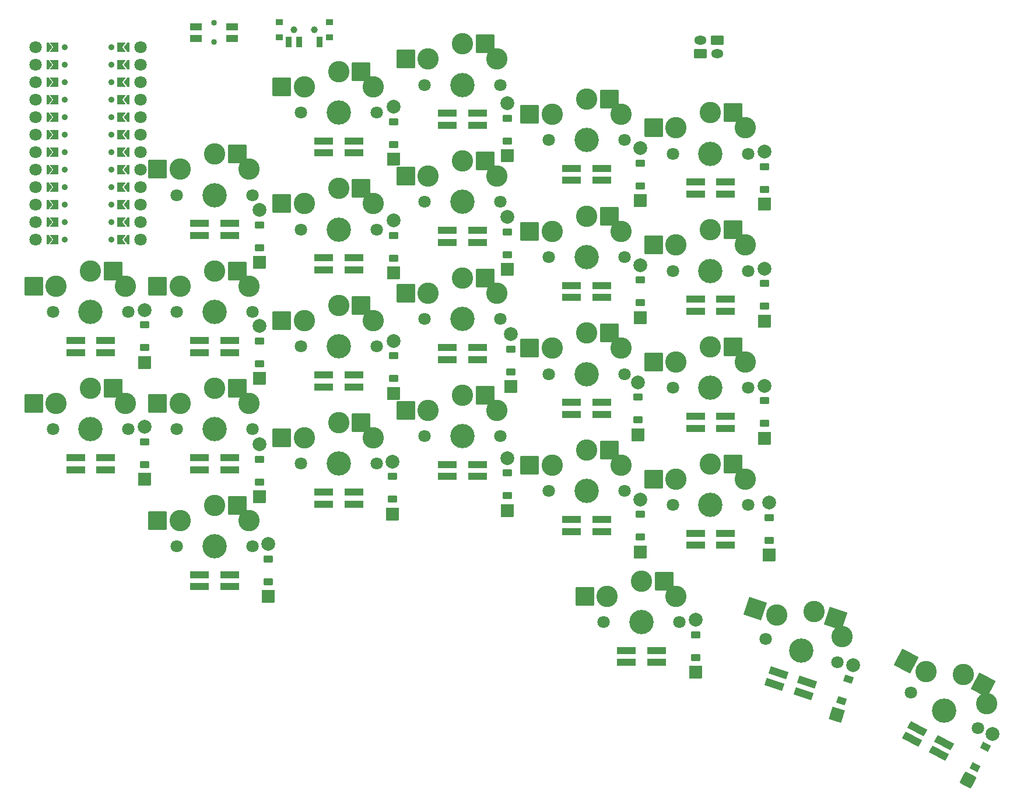
<source format=gbr>
%TF.GenerationSoftware,KiCad,Pcbnew,9.0.6*%
%TF.CreationDate,2025-11-21T16:08:54+01:00*%
%TF.ProjectId,main_pcb,6d61696e-5f70-4636-922e-6b696361645f,v1.0.0*%
%TF.SameCoordinates,Original*%
%TF.FileFunction,Soldermask,Top*%
%TF.FilePolarity,Negative*%
%FSLAX46Y46*%
G04 Gerber Fmt 4.6, Leading zero omitted, Abs format (unit mm)*
G04 Created by KiCad (PCBNEW 9.0.6) date 2025-11-21 16:08:54*
%MOMM*%
%LPD*%
G01*
G04 APERTURE LIST*
G04 Aperture macros list*
%AMRoundRect*
0 Rectangle with rounded corners*
0 $1 Rounding radius*
0 $2 $3 $4 $5 $6 $7 $8 $9 X,Y pos of 4 corners*
0 Add a 4 corners polygon primitive as box body*
4,1,4,$2,$3,$4,$5,$6,$7,$8,$9,$2,$3,0*
0 Add four circle primitives for the rounded corners*
1,1,$1+$1,$2,$3*
1,1,$1+$1,$4,$5*
1,1,$1+$1,$6,$7*
1,1,$1+$1,$8,$9*
0 Add four rect primitives between the rounded corners*
20,1,$1+$1,$2,$3,$4,$5,0*
20,1,$1+$1,$4,$5,$6,$7,0*
20,1,$1+$1,$6,$7,$8,$9,0*
20,1,$1+$1,$8,$9,$2,$3,0*%
%AMFreePoly0*
4,1,16,-0.214645,0.660355,-0.210957,0.656235,0.289043,0.031235,0.299694,-0.005522,0.289043,-0.031235,-0.210957,-0.656235,-0.244478,-0.674694,-0.250000,-0.675000,-0.500000,-0.675000,-0.535355,-0.660355,-0.550000,-0.625000,-0.550000,0.625000,-0.535355,0.660355,-0.500000,0.675000,-0.250000,0.675000,-0.214645,0.660355,-0.214645,0.660355,$1*%
%AMFreePoly1*
4,1,16,0.535355,0.660355,0.550000,0.625000,0.550000,-0.625000,0.535355,-0.660355,0.500000,-0.675000,-0.650000,-0.675000,-0.685355,-0.660355,-0.700000,-0.625000,-0.689043,-0.593765,-0.214031,0.000000,-0.689043,0.593765,-0.699694,0.630522,-0.681235,0.664043,-0.650000,0.675000,0.500000,0.675000,0.535355,0.660355,0.535355,0.660355,$1*%
G04 Aperture macros list end*
%ADD10FreePoly0,180.000000*%
%ADD11C,1.800000*%
%ADD12FreePoly0,0.000000*%
%ADD13C,0.900000*%
%ADD14FreePoly1,180.000000*%
%ADD15FreePoly1,0.000000*%
%ADD16C,1.801800*%
%ADD17C,3.100000*%
%ADD18C,3.529000*%
%ADD19RoundRect,0.050000X-1.300000X-1.300000X1.300000X-1.300000X1.300000X1.300000X-1.300000X1.300000X0*%
%ADD20RoundRect,0.050000X-1.390882X-0.073806X1.081865X-0.877250X1.390882X0.073806X-1.081865X0.877250X0*%
%ADD21C,0.850000*%
%ADD22RoundRect,0.050000X-0.775000X-0.500000X0.775000X-0.500000X0.775000X0.500000X-0.775000X0.500000X0*%
%ADD23RoundRect,0.050000X0.889000X-0.889000X0.889000X0.889000X-0.889000X0.889000X-0.889000X-0.889000X0*%
%ADD24RoundRect,0.050000X0.600000X-0.450000X0.600000X0.450000X-0.600000X0.450000X-0.600000X-0.450000X0*%
%ADD25C,2.005000*%
%ADD26RoundRect,0.050000X-0.850000X0.600000X-0.850000X-0.600000X0.850000X-0.600000X0.850000X0.600000X0*%
%ADD27O,1.800000X1.300000*%
%ADD28RoundRect,0.050000X0.500000X0.400000X-0.500000X0.400000X-0.500000X-0.400000X0.500000X-0.400000X0*%
%ADD29C,1.000000*%
%ADD30RoundRect,0.050000X0.350000X0.750000X-0.350000X0.750000X-0.350000X-0.750000X0.350000X-0.750000X0*%
%ADD31RoundRect,0.050000X-1.300000X-0.500000X1.300000X-0.500000X1.300000X0.500000X-1.300000X0.500000X0*%
%ADD32RoundRect,0.050000X0.367580X-1.202301X1.202301X0.367580X-0.367580X1.202301X-1.202301X-0.367580X0*%
%ADD33RoundRect,0.050000X0.318506X-0.679009X0.741031X0.115643X-0.318506X0.679009X-0.741031X-0.115643X0*%
%ADD34RoundRect,0.050000X0.850000X-0.600000X0.850000X0.600000X-0.850000X0.600000X-0.850000X-0.600000X0*%
%ADD35RoundRect,0.050000X0.570773X-1.120205X1.120205X0.570773X-0.570773X1.120205X-1.120205X-0.570773X0*%
%ADD36RoundRect,0.050000X0.431576X-0.613386X0.709692X0.242565X-0.431576X0.613386X-0.709692X-0.242565X0*%
%ADD37RoundRect,0.050000X-1.638096X-0.834651X0.834651X-1.638096X1.638096X0.834651X-0.834651X1.638096X0*%
%ADD38RoundRect,0.050000X-1.758145X-0.537519X0.537519X-1.758145X1.758145X0.537519X-0.537519X1.758145X0*%
%ADD39RoundRect,0.050000X-1.382568X0.168839X0.913096X-1.051787X1.382568X-0.168839X-0.913096X1.051787X0*%
G04 APERTURE END LIST*
D10*
%TO.C,MCU1*%
X87100000Y-77500000D03*
D11*
X89220000Y-77500000D03*
D10*
X87100000Y-80040000D03*
D11*
X89220000Y-80040000D03*
D10*
X87100000Y-82580000D03*
D11*
X89220000Y-82580000D03*
D10*
X87100000Y-85120000D03*
D11*
X89220000Y-85120000D03*
D10*
X87100000Y-87660000D03*
D11*
X89220000Y-87660000D03*
D10*
X87100000Y-90200000D03*
D11*
X89220000Y-90200000D03*
D10*
X87100000Y-92740000D03*
D11*
X89220000Y-92740000D03*
D10*
X87100000Y-95280000D03*
D11*
X89220000Y-95280000D03*
D10*
X87100000Y-97820000D03*
D11*
X89220000Y-97820000D03*
D10*
X87100000Y-100360000D03*
D11*
X89220000Y-100360000D03*
D10*
X87100000Y-102900000D03*
D11*
X89220000Y-102900000D03*
D10*
X87100000Y-105440000D03*
D11*
X89220000Y-105440000D03*
X73980000Y-105440000D03*
D12*
X76100000Y-105440000D03*
D11*
X73980000Y-102900000D03*
D12*
X76100000Y-102900000D03*
D11*
X73980000Y-100360000D03*
D12*
X76100000Y-100360000D03*
D11*
X73980000Y-97820000D03*
D12*
X76100000Y-97820000D03*
D11*
X73980000Y-95280000D03*
D12*
X76100000Y-95280000D03*
D11*
X73980000Y-92740000D03*
D12*
X76100000Y-92740000D03*
D11*
X73980000Y-90200000D03*
D12*
X76100000Y-90200000D03*
D11*
X73980000Y-87660000D03*
D12*
X76100000Y-87660000D03*
D11*
X73980000Y-85120000D03*
D12*
X76100000Y-85120000D03*
D11*
X73980000Y-82580000D03*
D12*
X76100000Y-82580000D03*
D11*
X73980000Y-80040000D03*
D12*
X76100000Y-80040000D03*
D11*
X73980000Y-77500000D03*
D12*
X76100000Y-77500000D03*
D13*
X85000000Y-77500000D03*
D14*
X86375000Y-77500000D03*
D13*
X85000000Y-80040000D03*
D14*
X86375000Y-80040000D03*
D13*
X85000000Y-82580000D03*
D14*
X86375000Y-82580000D03*
D13*
X85000000Y-85120000D03*
D14*
X86375000Y-85120000D03*
D13*
X85000000Y-87660000D03*
D14*
X86375000Y-87660000D03*
D13*
X85000000Y-90200000D03*
D14*
X86375000Y-90200000D03*
D13*
X85000000Y-92740000D03*
D14*
X86375000Y-92740000D03*
D13*
X85000000Y-95280000D03*
D14*
X86375000Y-95280000D03*
D13*
X85000000Y-97820000D03*
D14*
X86375000Y-97820000D03*
D13*
X85000000Y-100360000D03*
D14*
X86375000Y-100360000D03*
D13*
X85000000Y-102900000D03*
D14*
X86375000Y-102900000D03*
D13*
X85000000Y-105440000D03*
D14*
X86375000Y-105440000D03*
D15*
X76825000Y-105440000D03*
D13*
X78200000Y-105440000D03*
D15*
X76825000Y-102900000D03*
D13*
X78200000Y-102900000D03*
D15*
X76825000Y-100360000D03*
D13*
X78200000Y-100360000D03*
D15*
X76825000Y-97820000D03*
D13*
X78200000Y-97820000D03*
D15*
X76825000Y-95280000D03*
D13*
X78200000Y-95280000D03*
D15*
X76825000Y-92740000D03*
D13*
X78200000Y-92740000D03*
D15*
X76825000Y-90200000D03*
D13*
X78200000Y-90200000D03*
D15*
X76825000Y-87660000D03*
D13*
X78200000Y-87660000D03*
D15*
X76825000Y-85120000D03*
D13*
X78200000Y-85120000D03*
D15*
X76825000Y-82580000D03*
D13*
X78200000Y-82580000D03*
D15*
X76825000Y-80040000D03*
D13*
X78200000Y-80040000D03*
D15*
X76825000Y-77500000D03*
D13*
X78200000Y-77500000D03*
%TD*%
D16*
%TO.C,S11*%
X130500000Y-100000000D03*
D17*
X131000000Y-96250000D03*
X136000000Y-94050000D03*
X136000000Y-94050000D03*
D18*
X136000000Y-100000000D03*
D17*
X141000000Y-96250000D03*
D16*
X141500000Y-100000000D03*
D19*
X139275000Y-94050000D03*
X127725000Y-96250000D03*
%TD*%
D20*
%TO.C,LED24*%
X181826812Y-168391966D03*
X181286032Y-170056315D03*
X185470680Y-171415990D03*
X186011460Y-169751641D03*
%TD*%
D16*
%TO.C,S1*%
X94500000Y-150000000D03*
D17*
X95000000Y-146250000D03*
X100000000Y-144050000D03*
X100000000Y-144050000D03*
D18*
X100000000Y-150000000D03*
D17*
X105000000Y-146250000D03*
D16*
X105500000Y-150000000D03*
D19*
X103275000Y-144050000D03*
X91725000Y-146250000D03*
%TD*%
D21*
%TO.C,B2*%
X99875000Y-74000000D03*
X99875000Y-76750000D03*
D22*
X97250000Y-74525000D03*
X102500000Y-74525000D03*
X97250000Y-76225000D03*
X102500000Y-76225000D03*
%TD*%
D16*
%TO.C,S8*%
X112500000Y-87000000D03*
D17*
X113000000Y-83250000D03*
X118000000Y-81050000D03*
X118000000Y-81050000D03*
D18*
X118000000Y-87000000D03*
D17*
X123000000Y-83250000D03*
D16*
X123500000Y-87000000D03*
D19*
X121275000Y-81050000D03*
X109725000Y-83250000D03*
%TD*%
D23*
%TO.C,D3*%
X106500000Y-125660000D03*
D24*
X106500000Y-123500000D03*
X106500000Y-120200000D03*
D25*
X106500000Y-118040000D03*
%TD*%
D16*
%TO.C,S21*%
X76500000Y-133000000D03*
D17*
X77000000Y-129250000D03*
X82000000Y-127050000D03*
X82000000Y-127050000D03*
D18*
X82000000Y-133000000D03*
D17*
X87000000Y-129250000D03*
D16*
X87500000Y-133000000D03*
D19*
X85275000Y-127050000D03*
X73725000Y-129250000D03*
%TD*%
D16*
%TO.C,S23*%
X156500000Y-161000000D03*
D17*
X157000000Y-157250000D03*
X162000000Y-155050000D03*
X162000000Y-155050000D03*
D18*
X162000000Y-161000000D03*
D17*
X167000000Y-157250000D03*
D16*
X167500000Y-161000000D03*
D19*
X165275000Y-155050000D03*
X153725000Y-157250000D03*
%TD*%
D26*
%TO.C,JST2*%
X173000000Y-76500000D03*
D27*
X173000000Y-78500000D03*
%TD*%
D28*
%TO.C,SW1*%
X109350000Y-76085000D03*
X116650000Y-76085000D03*
D29*
X111500000Y-74975000D03*
X114500000Y-74975000D03*
D28*
X109350000Y-73875000D03*
X116650000Y-73875000D03*
D30*
X115250000Y-76735000D03*
X112250000Y-76735000D03*
X110750000Y-76735000D03*
%TD*%
D23*
%TO.C,D10*%
X143000000Y-126810000D03*
D24*
X143000000Y-124650000D03*
X143000000Y-121350000D03*
D25*
X143000000Y-119190000D03*
%TD*%
D16*
%TO.C,S15*%
X148500000Y-108000000D03*
D17*
X149000000Y-104250000D03*
X154000000Y-102050000D03*
X154000000Y-102050000D03*
D18*
X154000000Y-108000000D03*
D17*
X159000000Y-104250000D03*
D16*
X159500000Y-108000000D03*
D19*
X157275000Y-102050000D03*
X145725000Y-104250000D03*
%TD*%
D31*
%TO.C,LED14*%
X151800000Y-129125000D03*
X151800000Y-130875000D03*
X156200000Y-130875000D03*
X156200000Y-129125000D03*
%TD*%
D23*
%TO.C,D8*%
X126000000Y-93810000D03*
D24*
X126000000Y-91650000D03*
X126000000Y-88350000D03*
D25*
X126000000Y-86190000D03*
%TD*%
D16*
%TO.C,S9*%
X130500000Y-134000000D03*
D17*
X131000000Y-130250000D03*
X136000000Y-128050000D03*
X136000000Y-128050000D03*
D18*
X136000000Y-134000000D03*
D17*
X141000000Y-130250000D03*
D16*
X141500000Y-134000000D03*
D19*
X139275000Y-128050000D03*
X127725000Y-130250000D03*
%TD*%
D31*
%TO.C,LED22*%
X79800000Y-120125000D03*
X79800000Y-121875000D03*
X84200000Y-121875000D03*
X84200000Y-120125000D03*
%TD*%
D32*
%TO.C,D25*%
X209384174Y-183971803D03*
D33*
X210398233Y-182064637D03*
X211947489Y-179150909D03*
D25*
X212961548Y-177243743D03*
%TD*%
D16*
%TO.C,S13*%
X148500000Y-142000000D03*
D17*
X149000000Y-138250000D03*
X154000000Y-136050000D03*
X154000000Y-136050000D03*
D18*
X154000000Y-142000000D03*
D17*
X159000000Y-138250000D03*
D16*
X159500000Y-142000000D03*
D19*
X157275000Y-136050000D03*
X145725000Y-138250000D03*
%TD*%
D23*
%TO.C,D23*%
X169800000Y-168310000D03*
D24*
X169800000Y-166150000D03*
X169800000Y-162850000D03*
D25*
X169800000Y-160690000D03*
%TD*%
D23*
%TO.C,D5*%
X125800000Y-145310000D03*
D24*
X125800000Y-143150000D03*
X125800000Y-139850000D03*
D25*
X125800000Y-137690000D03*
%TD*%
D23*
%TO.C,D1*%
X107800000Y-157310000D03*
D24*
X107800000Y-155150000D03*
X107800000Y-151850000D03*
D25*
X107800000Y-149690000D03*
%TD*%
D23*
%TO.C,D4*%
X106500000Y-108810000D03*
D24*
X106500000Y-106650000D03*
X106500000Y-103350000D03*
D25*
X106500000Y-101190000D03*
%TD*%
D31*
%TO.C,LED21*%
X79800000Y-137125000D03*
X79800000Y-138875000D03*
X84200000Y-138875000D03*
X84200000Y-137125000D03*
%TD*%
D16*
%TO.C,S17*%
X166500000Y-144000000D03*
D17*
X167000000Y-140250000D03*
X172000000Y-138050000D03*
X172000000Y-138050000D03*
D18*
X172000000Y-144000000D03*
D17*
X177000000Y-140250000D03*
D16*
X177500000Y-144000000D03*
D19*
X175275000Y-138050000D03*
X163725000Y-140250000D03*
%TD*%
D31*
%TO.C,LED12*%
X133800000Y-87125000D03*
X133800000Y-88875000D03*
X138200000Y-88875000D03*
X138200000Y-87125000D03*
%TD*%
%TO.C,LED2*%
X97800000Y-137125000D03*
X97800000Y-138875000D03*
X102200000Y-138875000D03*
X102200000Y-137125000D03*
%TD*%
D23*
%TO.C,D6*%
X126000000Y-127810000D03*
D24*
X126000000Y-125650000D03*
X126000000Y-122350000D03*
D25*
X126000000Y-120190000D03*
%TD*%
D31*
%TO.C,LED23*%
X159800000Y-165125000D03*
X159800000Y-166875000D03*
X164200000Y-166875000D03*
X164200000Y-165125000D03*
%TD*%
D23*
%TO.C,D9*%
X142500000Y-144810000D03*
D24*
X142500000Y-142650000D03*
X142500000Y-139350000D03*
D25*
X142500000Y-137190000D03*
%TD*%
D16*
%TO.C,S2*%
X94500000Y-133000000D03*
D17*
X95000000Y-129250000D03*
X100000000Y-127050000D03*
X100000000Y-127050000D03*
D18*
X100000000Y-133000000D03*
D17*
X105000000Y-129250000D03*
D16*
X105500000Y-133000000D03*
D19*
X103275000Y-127050000D03*
X91725000Y-129250000D03*
%TD*%
D34*
%TO.C,JST1*%
X170550000Y-78500000D03*
D27*
X170550000Y-76500000D03*
%TD*%
D23*
%TO.C,D13*%
X161800000Y-150810000D03*
D24*
X161800000Y-148650000D03*
X161800000Y-145350000D03*
D25*
X161800000Y-143190000D03*
%TD*%
D16*
%TO.C,S12*%
X130500000Y-83000000D03*
D17*
X131000000Y-79250000D03*
X136000000Y-77050000D03*
X136000000Y-77050000D03*
D18*
X136000000Y-83000000D03*
D17*
X141000000Y-79250000D03*
D16*
X141500000Y-83000000D03*
D19*
X139275000Y-77050000D03*
X127725000Y-79250000D03*
%TD*%
D16*
%TO.C,S14*%
X148500000Y-125000000D03*
D17*
X149000000Y-121250000D03*
X154000000Y-119050000D03*
X154000000Y-119050000D03*
D18*
X154000000Y-125000000D03*
D17*
X159000000Y-121250000D03*
D16*
X159500000Y-125000000D03*
D19*
X157275000Y-119050000D03*
X145725000Y-121250000D03*
%TD*%
D16*
%TO.C,S4*%
X94500000Y-99000000D03*
D17*
X95000000Y-95250000D03*
X100000000Y-93050000D03*
X100000000Y-93050000D03*
D18*
X100000000Y-99000000D03*
D17*
X105000000Y-95250000D03*
D16*
X105500000Y-99000000D03*
D19*
X103275000Y-93050000D03*
X91725000Y-95250000D03*
%TD*%
D31*
%TO.C,LED20*%
X169800000Y-97125000D03*
X169800000Y-98875000D03*
X174200000Y-98875000D03*
X174200000Y-97125000D03*
%TD*%
D23*
%TO.C,D17*%
X180500000Y-151310000D03*
D24*
X180500000Y-149150000D03*
X180500000Y-145850000D03*
D25*
X180500000Y-143690000D03*
%TD*%
D16*
%TO.C,S18*%
X166500000Y-127000000D03*
D17*
X167000000Y-123250000D03*
X172000000Y-121050000D03*
X172000000Y-121050000D03*
D18*
X172000000Y-127000000D03*
D17*
X177000000Y-123250000D03*
D16*
X177500000Y-127000000D03*
D19*
X175275000Y-121050000D03*
X163725000Y-123250000D03*
%TD*%
D31*
%TO.C,LED7*%
X115800000Y-108125000D03*
X115800000Y-109875000D03*
X120200000Y-109875000D03*
X120200000Y-108125000D03*
%TD*%
D16*
%TO.C,S3*%
X94500000Y-116000000D03*
D17*
X95000000Y-112250000D03*
X100000000Y-110050000D03*
X100000000Y-110050000D03*
D18*
X100000000Y-116000000D03*
D17*
X105000000Y-112250000D03*
D16*
X105500000Y-116000000D03*
D19*
X103275000Y-110050000D03*
X91725000Y-112250000D03*
%TD*%
D23*
%TO.C,D21*%
X89800000Y-140310000D03*
D24*
X89800000Y-138150000D03*
X89800000Y-134850000D03*
D25*
X89800000Y-132690000D03*
%TD*%
D31*
%TO.C,LED11*%
X133800000Y-104125000D03*
X133800000Y-105875000D03*
X138200000Y-105875000D03*
X138200000Y-104125000D03*
%TD*%
%TO.C,LED1*%
X97800000Y-154125000D03*
X97800000Y-155875000D03*
X102200000Y-155875000D03*
X102200000Y-154125000D03*
%TD*%
D23*
%TO.C,D18*%
X179800000Y-134310000D03*
D24*
X179800000Y-132150000D03*
X179800000Y-128850000D03*
D25*
X179800000Y-126690000D03*
%TD*%
D35*
%TO.C,D24*%
X190353157Y-174511251D03*
D36*
X191020634Y-172456969D03*
X192040390Y-169318483D03*
D25*
X192707867Y-167264201D03*
%TD*%
D31*
%TO.C,LED13*%
X151800000Y-146125000D03*
X151800000Y-147875000D03*
X156200000Y-147875000D03*
X156200000Y-146125000D03*
%TD*%
D16*
%TO.C,S16*%
X148500000Y-91000000D03*
D17*
X149000000Y-87250000D03*
X154000000Y-85050000D03*
X154000000Y-85050000D03*
D18*
X154000000Y-91000000D03*
D17*
X159000000Y-87250000D03*
D16*
X159500000Y-91000000D03*
D19*
X157275000Y-85050000D03*
X145725000Y-87250000D03*
%TD*%
D16*
%TO.C,S24*%
X179963020Y-163449102D03*
D17*
X181597362Y-160037148D03*
X187032482Y-159489909D03*
X187032482Y-159489909D03*
D18*
X185193831Y-165148695D03*
D17*
X191107927Y-163127318D03*
D16*
X190424642Y-166848288D03*
D37*
X190147192Y-160501939D03*
X178482652Y-159025117D03*
%TD*%
D23*
%TO.C,D19*%
X179800000Y-117310000D03*
D24*
X179800000Y-115150000D03*
X179800000Y-111850000D03*
D25*
X179800000Y-109690000D03*
%TD*%
D16*
%TO.C,S25*%
X201072808Y-171273484D03*
D17*
X203274800Y-168197167D03*
X208722376Y-168602040D03*
X208722376Y-168602040D03*
D18*
X205929020Y-173855578D03*
D17*
X212104276Y-172891882D03*
D16*
X210785232Y-176437672D03*
D38*
X211614029Y-170139559D03*
X200383147Y-166659647D03*
%TD*%
D31*
%TO.C,LED3*%
X97800000Y-120125000D03*
X97800000Y-121875000D03*
X102200000Y-121875000D03*
X102200000Y-120125000D03*
%TD*%
D23*
%TO.C,D14*%
X161500000Y-133810000D03*
D24*
X161500000Y-131650000D03*
X161500000Y-128350000D03*
D25*
X161500000Y-126190000D03*
%TD*%
D31*
%TO.C,LED10*%
X133800000Y-121125000D03*
X133800000Y-122875000D03*
X138200000Y-122875000D03*
X138200000Y-121125000D03*
%TD*%
D21*
%TO.C,B1*%
X99875000Y-74000000D03*
X99875000Y-76750000D03*
%TD*%
D31*
%TO.C,LED19*%
X169800000Y-114125000D03*
X169800000Y-115875000D03*
X174200000Y-115875000D03*
X174200000Y-114125000D03*
%TD*%
%TO.C,LED8*%
X115800000Y-91125000D03*
X115800000Y-92875000D03*
X120200000Y-92875000D03*
X120200000Y-91125000D03*
%TD*%
D16*
%TO.C,S22*%
X76500000Y-116000000D03*
D17*
X77000000Y-112250000D03*
X82000000Y-110050000D03*
X82000000Y-110050000D03*
D18*
X82000000Y-116000000D03*
D17*
X87000000Y-112250000D03*
D16*
X87500000Y-116000000D03*
D19*
X85275000Y-110050000D03*
X73725000Y-112250000D03*
%TD*%
D23*
%TO.C,D20*%
X179800000Y-100310000D03*
D24*
X179800000Y-98150000D03*
X179800000Y-94850000D03*
D25*
X179800000Y-92690000D03*
%TD*%
D16*
%TO.C,S7*%
X112500000Y-104000000D03*
D17*
X113000000Y-100250000D03*
X118000000Y-98050000D03*
X118000000Y-98050000D03*
D18*
X118000000Y-104000000D03*
D17*
X123000000Y-100250000D03*
D16*
X123500000Y-104000000D03*
D19*
X121275000Y-98050000D03*
X109725000Y-100250000D03*
%TD*%
D16*
%TO.C,S5*%
X112500000Y-138000000D03*
D17*
X113000000Y-134250000D03*
X118000000Y-132050000D03*
X118000000Y-132050000D03*
D18*
X118000000Y-138000000D03*
D17*
X123000000Y-134250000D03*
D16*
X123500000Y-138000000D03*
D19*
X121275000Y-132050000D03*
X109725000Y-134250000D03*
%TD*%
D16*
%TO.C,S10*%
X130500000Y-117000000D03*
D17*
X131000000Y-113250000D03*
X136000000Y-111050000D03*
X136000000Y-111050000D03*
D18*
X136000000Y-117000000D03*
D17*
X141000000Y-113250000D03*
D16*
X141500000Y-117000000D03*
D19*
X139275000Y-111050000D03*
X127725000Y-113250000D03*
%TD*%
D39*
%TO.C,LED25*%
X202049965Y-176464899D03*
X201228390Y-178010058D03*
X205113359Y-180075733D03*
X205934934Y-178530574D03*
%TD*%
D31*
%TO.C,LED6*%
X115800000Y-125125000D03*
X115800000Y-126875000D03*
X120200000Y-126875000D03*
X120200000Y-125125000D03*
%TD*%
D16*
%TO.C,S19*%
X166500000Y-110000000D03*
D17*
X167000000Y-106250000D03*
X172000000Y-104050000D03*
X172000000Y-104050000D03*
D18*
X172000000Y-110000000D03*
D17*
X177000000Y-106250000D03*
D16*
X177500000Y-110000000D03*
D19*
X175275000Y-104050000D03*
X163725000Y-106250000D03*
%TD*%
D31*
%TO.C,LED4*%
X97800000Y-103125000D03*
X97800000Y-104875000D03*
X102200000Y-104875000D03*
X102200000Y-103125000D03*
%TD*%
%TO.C,LED17*%
X169800000Y-148125000D03*
X169800000Y-149875000D03*
X174200000Y-149875000D03*
X174200000Y-148125000D03*
%TD*%
D23*
%TO.C,D7*%
X126000000Y-110310000D03*
D24*
X126000000Y-108150000D03*
X126000000Y-104850000D03*
D25*
X126000000Y-102690000D03*
%TD*%
D23*
%TO.C,D16*%
X161800000Y-99810000D03*
D24*
X161800000Y-97650000D03*
X161800000Y-94350000D03*
D25*
X161800000Y-92190000D03*
%TD*%
D31*
%TO.C,LED16*%
X151800000Y-95125000D03*
X151800000Y-96875000D03*
X156200000Y-96875000D03*
X156200000Y-95125000D03*
%TD*%
%TO.C,LED5*%
X115800000Y-142125000D03*
X115800000Y-143875000D03*
X120200000Y-143875000D03*
X120200000Y-142125000D03*
%TD*%
%TO.C,LED15*%
X151800000Y-112125000D03*
X151800000Y-113875000D03*
X156200000Y-113875000D03*
X156200000Y-112125000D03*
%TD*%
D23*
%TO.C,D11*%
X142500000Y-109810000D03*
D24*
X142500000Y-107650000D03*
X142500000Y-104350000D03*
D25*
X142500000Y-102190000D03*
%TD*%
D16*
%TO.C,S20*%
X166500000Y-93000000D03*
D17*
X167000000Y-89250000D03*
X172000000Y-87050000D03*
X172000000Y-87050000D03*
D18*
X172000000Y-93000000D03*
D17*
X177000000Y-89250000D03*
D16*
X177500000Y-93000000D03*
D19*
X175275000Y-87050000D03*
X163725000Y-89250000D03*
%TD*%
D23*
%TO.C,D15*%
X161800000Y-116810000D03*
D24*
X161800000Y-114650000D03*
X161800000Y-111350000D03*
D25*
X161800000Y-109190000D03*
%TD*%
D31*
%TO.C,LED9*%
X133800000Y-138125000D03*
X133800000Y-139875000D03*
X138200000Y-139875000D03*
X138200000Y-138125000D03*
%TD*%
%TO.C,LED18*%
X169800000Y-131125000D03*
X169800000Y-132875000D03*
X174200000Y-132875000D03*
X174200000Y-131125000D03*
%TD*%
D23*
%TO.C,D12*%
X142500000Y-93310000D03*
D24*
X142500000Y-91150000D03*
X142500000Y-87850000D03*
D25*
X142500000Y-85690000D03*
%TD*%
D23*
%TO.C,D22*%
X89800000Y-123310000D03*
D24*
X89800000Y-121150000D03*
X89800000Y-117850000D03*
D25*
X89800000Y-115690000D03*
%TD*%
D16*
%TO.C,S6*%
X112500000Y-121000000D03*
D17*
X113000000Y-117250000D03*
X118000000Y-115050000D03*
X118000000Y-115050000D03*
D18*
X118000000Y-121000000D03*
D17*
X123000000Y-117250000D03*
D16*
X123500000Y-121000000D03*
D19*
X121275000Y-115050000D03*
X109725000Y-117250000D03*
%TD*%
D23*
%TO.C,D2*%
X106500000Y-142810000D03*
D24*
X106500000Y-140650000D03*
X106500000Y-137350000D03*
D25*
X106500000Y-135190000D03*
%TD*%
M02*

</source>
